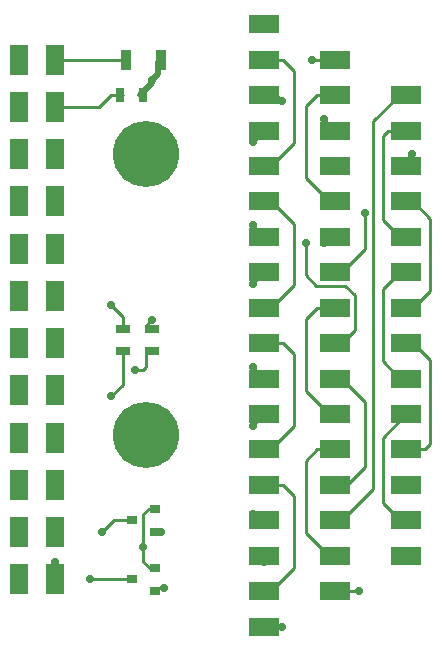
<source format=gtl>
G04 #@! TF.GenerationSoftware,KiCad,Pcbnew,(5.99.0-490-gc7ce93e10)*
G04 #@! TF.CreationDate,2019-12-10T12:05:06+01:00*
G04 #@! TF.ProjectId,LED_Panel_Hex,4c45445f-5061-46e6-956c-5f4865782e6b,rev?*
G04 #@! TF.SameCoordinates,Original*
G04 #@! TF.FileFunction,Copper,L1,Top*
G04 #@! TF.FilePolarity,Positive*
%FSLAX46Y46*%
G04 Gerber Fmt 4.6, Leading zero omitted, Abs format (unit mm)*
G04 Created by KiCad (PCBNEW (5.99.0-490-gc7ce93e10)) date 2019-12-10 12:05:06*
%MOMM*%
%LPD*%
G04 APERTURE LIST*
%ADD10R,1.300000X0.700000*%
%ADD11R,0.700000X1.300000*%
%ADD12C,5.600000*%
%ADD13R,1.500000X2.600000*%
%ADD14R,2.600000X1.500000*%
%ADD15R,0.900000X0.800000*%
%ADD16R,0.900000X1.700000*%
%ADD17C,0.700000*%
%ADD18C,0.500000*%
%ADD19C,0.250000*%
G04 APERTURE END LIST*
D10*
X113250000Y-94200000D03*
X113250000Y-92300000D03*
X110750000Y-94200000D03*
X110750000Y-92300000D03*
D11*
X112450000Y-72500000D03*
X110550000Y-72500000D03*
D12*
X112750000Y-77500000D03*
X112750000Y-101250000D03*
D13*
X102000000Y-69500000D03*
X105000000Y-69500000D03*
X102000000Y-73500000D03*
X105000000Y-73500000D03*
D14*
X122750000Y-69500000D03*
X122750000Y-66500000D03*
X122750000Y-75500000D03*
X122750000Y-72500000D03*
X128750000Y-90500000D03*
X128750000Y-87500000D03*
X128750000Y-96500000D03*
X128750000Y-93500000D03*
D13*
X102000000Y-77500000D03*
X105000000Y-77500000D03*
X102000000Y-81500000D03*
X105000000Y-81500000D03*
D14*
X122750000Y-81500000D03*
X122750000Y-78500000D03*
X122750000Y-87500000D03*
X122750000Y-84500000D03*
X128750000Y-102500000D03*
X128750000Y-99500000D03*
X128750000Y-108500000D03*
X128750000Y-105500000D03*
D13*
X102000000Y-85500000D03*
X105000000Y-85500000D03*
X102000000Y-89500000D03*
X105000000Y-89500000D03*
D14*
X122750000Y-93500000D03*
X122750000Y-90500000D03*
X122750000Y-99500000D03*
X122750000Y-96500000D03*
X128750000Y-114500000D03*
X128750000Y-111500000D03*
X134750000Y-75500000D03*
X134750000Y-72500000D03*
D13*
X102000000Y-93500000D03*
X105000000Y-93500000D03*
X102000000Y-97500000D03*
X105000000Y-97500000D03*
D14*
X122750000Y-105500000D03*
X122750000Y-102500000D03*
X122750000Y-111500000D03*
X122750000Y-108500000D03*
X134750000Y-81500000D03*
X134750000Y-78500000D03*
X134750000Y-87500000D03*
X134750000Y-84500000D03*
D13*
X102000000Y-101500000D03*
X105000000Y-101500000D03*
X102000000Y-105500000D03*
X105000000Y-105500000D03*
D14*
X122750000Y-117500000D03*
X122750000Y-114500000D03*
X128750000Y-72500000D03*
X128750000Y-69500000D03*
X134750000Y-93500000D03*
X134750000Y-90500000D03*
X134750000Y-99500000D03*
X134750000Y-96500000D03*
D13*
X102000000Y-109500000D03*
X105000000Y-109500000D03*
X102000000Y-113500000D03*
X105000000Y-113500000D03*
D14*
X128750000Y-78500000D03*
X128750000Y-75500000D03*
X128750000Y-84500000D03*
X128750000Y-81500000D03*
X134750000Y-105500000D03*
X134750000Y-102500000D03*
X134750000Y-111500000D03*
X134750000Y-108500000D03*
D15*
X113500000Y-109450000D03*
X113500000Y-107550000D03*
X111500000Y-108500000D03*
X113500000Y-114450000D03*
X113500000Y-112550000D03*
X111500000Y-113500000D03*
D16*
X113950000Y-69500000D03*
X111050000Y-69500000D03*
D17*
X113250000Y-71250000D03*
X112500000Y-110750000D03*
X111750000Y-95750000D03*
X109750000Y-98000000D03*
X109750000Y-90250000D03*
X113250000Y-91500000D03*
X114250000Y-114250000D03*
X102000000Y-113500000D03*
X108000000Y-113500000D03*
X102000000Y-109500000D03*
X109000000Y-109500000D03*
X105000000Y-112000000D03*
X102000000Y-105500000D03*
X105000000Y-109500000D03*
X102000000Y-101500000D03*
X105000000Y-105500000D03*
X102000000Y-97500000D03*
X105000000Y-101500000D03*
X102000000Y-93500000D03*
X105000000Y-97500000D03*
X102000000Y-89500000D03*
X105000000Y-93500000D03*
X102000000Y-85500000D03*
X105000000Y-89500000D03*
X102000000Y-81500000D03*
X105000000Y-85500000D03*
X102000000Y-77500000D03*
X105000000Y-81500000D03*
X102000000Y-73500000D03*
X105000000Y-77500000D03*
X102000000Y-69500000D03*
X114000000Y-109500000D03*
X121750000Y-108000000D03*
X121750000Y-100500000D03*
X121750000Y-95500000D03*
X121750000Y-88500000D03*
X121750000Y-83500000D03*
X121750000Y-76500000D03*
X127750000Y-74500000D03*
X124250000Y-117500000D03*
X122750000Y-112000000D03*
X126750000Y-69500000D03*
X134750000Y-105500000D03*
X128750000Y-78500000D03*
X134750000Y-111500000D03*
X131250000Y-82500000D03*
X122750000Y-66500000D03*
X135250000Y-77500000D03*
X130750000Y-114500000D03*
X127750000Y-85000000D03*
X126250000Y-85000000D03*
X124262653Y-73012653D03*
D18*
X113250000Y-71250000D02*
X113250000Y-71500000D01*
X113250000Y-71500000D02*
X112250000Y-72500000D01*
X113750000Y-70750000D02*
X113750000Y-69700000D01*
X113750000Y-69700000D02*
X113950000Y-69500000D01*
D19*
X113750000Y-70750000D02*
X113275000Y-71275000D01*
D18*
X113250000Y-71250000D02*
X113750000Y-70750000D01*
D19*
X112500000Y-112000000D02*
X112500000Y-110750000D01*
X112500000Y-110750000D02*
X112500000Y-108000000D01*
X112950000Y-107550000D02*
X113500000Y-107550000D01*
X113050000Y-112550000D02*
X112500000Y-112000000D01*
X113500000Y-112550000D02*
X113050000Y-112550000D01*
X112500000Y-108000000D02*
X112950000Y-107550000D01*
X112500000Y-95750000D02*
X112750000Y-95500000D01*
X112750000Y-95500000D02*
X112750000Y-94000000D01*
X111750000Y-95750000D02*
X112500000Y-95750000D01*
X112750000Y-92000000D02*
X113250000Y-91500000D01*
X112750000Y-92500000D02*
X112750000Y-92000000D01*
X113275000Y-71275000D02*
X112250000Y-72300000D01*
X112250000Y-72300000D02*
X112250000Y-72500000D01*
X108750000Y-69500000D02*
X105000000Y-69500000D01*
X110350000Y-69500000D02*
X108750000Y-69500000D01*
X109050000Y-69500000D02*
X108750000Y-69500000D01*
X111050000Y-69500000D02*
X110350000Y-69500000D01*
X109750000Y-72500000D02*
X110750000Y-72500000D01*
X108750000Y-73500000D02*
X109750000Y-72500000D01*
X114250000Y-114250000D02*
X113700000Y-114250000D01*
X113700000Y-114250000D02*
X113500000Y-114450000D01*
X109000000Y-113500000D02*
X108000000Y-113500000D01*
X111500000Y-113500000D02*
X109000000Y-113500000D01*
X110000000Y-108500000D02*
X111500000Y-108500000D01*
X109000000Y-109500000D02*
X110000000Y-108500000D01*
X105000000Y-113500000D02*
X105000000Y-112000000D01*
X108750000Y-73500000D02*
X105000000Y-73500000D01*
X113950000Y-109450000D02*
X114000000Y-109500000D01*
X113500000Y-109450000D02*
X113950000Y-109450000D01*
X124300000Y-69500000D02*
X125250000Y-70450000D01*
X122750000Y-69500000D02*
X124300000Y-69500000D01*
X123300000Y-78500000D02*
X122750000Y-78500000D01*
X125250000Y-76550000D02*
X123300000Y-78500000D01*
X125250000Y-70450000D02*
X125250000Y-76550000D01*
X123300000Y-81500000D02*
X125250000Y-83450000D01*
X122750000Y-81500000D02*
X123300000Y-81500000D01*
X123300000Y-90500000D02*
X122750000Y-90500000D01*
X125250000Y-88550000D02*
X123300000Y-90500000D01*
X125250000Y-83450000D02*
X125250000Y-88550000D01*
X124300000Y-93500000D02*
X125250000Y-94450000D01*
X122750000Y-93500000D02*
X124300000Y-93500000D01*
X125250000Y-94450000D02*
X125250000Y-100550000D01*
X123300000Y-102500000D02*
X122750000Y-102500000D01*
X125250000Y-100550000D02*
X123300000Y-102500000D01*
X124300000Y-105500000D02*
X125250000Y-106450000D01*
X122750000Y-105500000D02*
X124300000Y-105500000D01*
X123300000Y-114500000D02*
X122750000Y-114500000D01*
X125250000Y-112550000D02*
X123300000Y-114500000D01*
X125250000Y-106450000D02*
X125250000Y-112550000D01*
X122750000Y-108500000D02*
X122250000Y-108500000D01*
X122250000Y-108500000D02*
X121750000Y-108000000D01*
X121750000Y-100500000D02*
X122750000Y-99500000D01*
X122750000Y-96500000D02*
X121750000Y-95500000D01*
X121750000Y-88500000D02*
X122750000Y-87500000D01*
X122750000Y-84500000D02*
X121750000Y-83500000D01*
X121750000Y-76500000D02*
X122750000Y-75500000D01*
X127200000Y-72500000D02*
X126250000Y-73450000D01*
X128750000Y-72500000D02*
X127200000Y-72500000D01*
X126250000Y-79550000D02*
X128200000Y-81500000D01*
X128200000Y-81500000D02*
X128750000Y-81500000D01*
X126250000Y-73450000D02*
X126250000Y-79550000D01*
X127200000Y-90500000D02*
X126250000Y-91450000D01*
X128750000Y-90500000D02*
X127200000Y-90500000D01*
X128200000Y-99500000D02*
X128750000Y-99500000D01*
X126250000Y-97550000D02*
X128200000Y-99500000D01*
X126250000Y-91450000D02*
X126250000Y-97550000D01*
X127200000Y-102500000D02*
X126250000Y-103450000D01*
X128750000Y-102500000D02*
X127200000Y-102500000D01*
X128200000Y-111500000D02*
X128750000Y-111500000D01*
X126250000Y-109550000D02*
X128200000Y-111500000D01*
X126250000Y-103450000D02*
X126250000Y-109550000D01*
X129300000Y-96500000D02*
X128750000Y-96500000D01*
X131250000Y-104000000D02*
X131250000Y-98450000D01*
X131250000Y-98450000D02*
X129300000Y-96500000D01*
X129750000Y-105500000D02*
X131250000Y-104000000D01*
X128750000Y-105500000D02*
X129750000Y-105500000D01*
X128750000Y-75500000D02*
X127750000Y-74500000D01*
X124250000Y-117500000D02*
X122750000Y-117500000D01*
X122750000Y-111500000D02*
X122750000Y-112000000D01*
X126750000Y-69500000D02*
X128750000Y-69500000D01*
X128750000Y-84500000D02*
X128200000Y-84500000D01*
X133200000Y-75500000D02*
X132750000Y-75950000D01*
X134750000Y-75500000D02*
X133200000Y-75500000D01*
X132750000Y-83050000D02*
X134200000Y-84500000D01*
X134200000Y-84500000D02*
X134750000Y-84500000D01*
X132750000Y-75950000D02*
X132750000Y-83050000D01*
X129300000Y-87500000D02*
X128750000Y-87500000D01*
X131250000Y-85550000D02*
X129300000Y-87500000D01*
X131250000Y-82500000D02*
X131250000Y-85550000D01*
X134200000Y-87500000D02*
X132750000Y-88950000D01*
X134750000Y-87500000D02*
X134200000Y-87500000D01*
X134200000Y-96500000D02*
X134750000Y-96500000D01*
X132750000Y-95050000D02*
X134200000Y-96500000D01*
X132750000Y-88950000D02*
X132750000Y-95050000D01*
X134750000Y-99500000D02*
X132750000Y-101500000D01*
X134200000Y-108500000D02*
X134750000Y-108500000D01*
X132750000Y-107050000D02*
X134200000Y-108500000D01*
X132750000Y-101500000D02*
X132750000Y-107050000D01*
X136300000Y-102500000D02*
X136750000Y-102050000D01*
X134750000Y-102500000D02*
X136300000Y-102500000D01*
X135300000Y-93500000D02*
X134750000Y-93500000D01*
X136750000Y-94950000D02*
X135300000Y-93500000D01*
X136750000Y-102050000D02*
X136750000Y-94950000D01*
X135300000Y-90500000D02*
X136750000Y-89050000D01*
X134750000Y-90500000D02*
X135300000Y-90500000D01*
X135300000Y-81500000D02*
X134750000Y-81500000D01*
X136750000Y-82950000D02*
X135300000Y-81500000D01*
X136750000Y-89050000D02*
X136750000Y-82950000D01*
X128750000Y-108500000D02*
X129300000Y-108500000D01*
X129300000Y-108500000D02*
X131975001Y-105824999D01*
X134200000Y-72500000D02*
X134750000Y-72500000D01*
X131975001Y-74725001D02*
X134200000Y-72500000D01*
X131975001Y-105824999D02*
X131975001Y-74725001D01*
X134750000Y-78500000D02*
X134750000Y-78000000D01*
X134750000Y-78000000D02*
X135250000Y-77500000D01*
X128750000Y-114500000D02*
X130750000Y-114500000D01*
X128250000Y-85000000D02*
X128750000Y-84500000D01*
X127750000Y-85000000D02*
X128250000Y-85000000D01*
X129300000Y-93500000D02*
X130425001Y-92374999D01*
X129600003Y-88625001D02*
X127149999Y-88625001D01*
X127149999Y-88625001D02*
X126250000Y-87725002D01*
X128750000Y-93500000D02*
X129300000Y-93500000D01*
X126250000Y-87725002D02*
X126250000Y-85000000D01*
X130425001Y-92374999D02*
X130425001Y-89449999D01*
X130425001Y-89449999D02*
X129600003Y-88625001D01*
X122750000Y-72500000D02*
X123750000Y-72500000D01*
X123750000Y-72500000D02*
X124262653Y-73012653D01*
X110750000Y-91250000D02*
X109750000Y-90250000D01*
X110750000Y-92500000D02*
X110750000Y-91250000D01*
X110750000Y-97000000D02*
X109750000Y-98000000D01*
X110750000Y-94000000D02*
X110750000Y-97000000D01*
M02*

</source>
